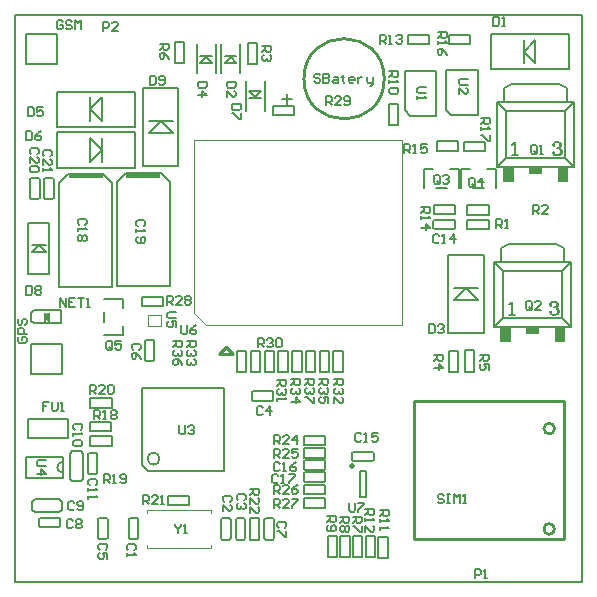
<source format=gto>
%FSLAX25Y25*%
%MOIN*%
G70*
G01*
G75*
%ADD10C,0.01500*%
%ADD11C,0.00800*%
%ADD12C,0.01000*%
%ADD13R,0.07874X0.07874*%
%ADD14O,0.01969X0.03543*%
%ADD15R,0.01969X0.03543*%
%ADD16O,0.01969X0.03543*%
%ADD17R,0.03937X0.05118*%
%ADD18R,0.02362X0.02362*%
%ADD19R,0.02756X0.03347*%
%ADD20R,0.02362X0.02362*%
%ADD21R,0.03347X0.02756*%
%ADD22R,0.07874X0.07874*%
%ADD23R,0.01181X0.01378*%
%ADD24R,0.00984X0.01378*%
%ADD25R,0.01181X0.01181*%
%ADD26R,0.03937X0.03150*%
%ADD27R,0.07874X0.06000*%
%ADD28R,0.07000X0.03150*%
%ADD29R,0.08268X0.02756*%
%ADD30R,0.04843X0.02559*%
%ADD31R,0.03347X0.01575*%
%ADD32R,0.11811X0.08661*%
%ADD33R,0.05906X0.03937*%
%ADD34R,0.03937X0.02362*%
%ADD35O,0.04724X0.00984*%
%ADD36O,0.00984X0.04724*%
%ADD37O,0.01772X0.04724*%
%ADD38O,0.04724X0.01772*%
%ADD39R,0.01772X0.04724*%
%ADD40R,0.06693X0.07874*%
%ADD41R,0.15748X0.09843*%
%ADD42R,0.07087X0.08661*%
%ADD43O,0.05906X0.09843*%
%ADD44R,0.05315X0.02559*%
%ADD45R,0.02362X0.03937*%
%ADD46R,0.02362X0.05906*%
%ADD47R,0.09843X0.01969*%
%ADD48R,0.03150X0.03937*%
%ADD49R,0.11811X0.09843*%
%ADD50O,0.02362X0.07087*%
%ADD51O,0.07087X0.02362*%
%ADD52C,0.02000*%
%ADD53C,0.03000*%
%ADD54C,0.04000*%
%ADD55C,0.00500*%
%ADD56C,0.00600*%
%ADD57R,0.13900X0.08300*%
%ADD58R,0.12600X0.12100*%
%ADD59R,0.08000X0.21700*%
%ADD60R,0.12900X0.12000*%
%ADD61R,0.20000X0.24300*%
%ADD62R,0.17900X0.23800*%
%ADD63R,0.03543X0.03937*%
%ADD64C,0.02000*%
%ADD65C,0.03000*%
%ADD66C,0.04000*%
%ADD67R,0.01969X0.07874*%
%ADD68R,0.08800X0.12000*%
%ADD69R,0.11500X0.17000*%
%ADD70R,0.03600X0.47300*%
%ADD71R,0.10500X0.02800*%
%ADD72R,0.03700X0.17600*%
%ADD73R,0.06000X0.01400*%
%ADD74R,0.10800X0.14700*%
%ADD75R,0.11600X0.20800*%
%ADD76R,0.12800X0.23400*%
%ADD77C,0.00300*%
%ADD78C,0.00493*%
%ADD79C,0.00787*%
%ADD80C,0.00400*%
%ADD81C,0.00591*%
%ADD82C,0.00700*%
%ADD83R,0.11811X0.01575*%
%ADD84R,0.02756X0.04724*%
%ADD85R,0.03543X0.01968*%
D11*
X5300Y79500D02*
X15536D01*
Y69264D02*
Y79500D01*
X5300Y69264D02*
X15536D01*
X5300D02*
Y79500D01*
X115100Y37131D02*
X117100D01*
Y28469D02*
Y37131D01*
X115100Y28469D02*
X117100D01*
X115100D02*
Y37131D01*
X3700Y182800D02*
X13936D01*
Y172564D02*
Y182800D01*
X3700Y172564D02*
X13936D01*
X3700D02*
Y182800D01*
D12*
X112983Y38700D02*
G03*
X112983Y38700I-583J0D01*
G01*
X123086Y167750D02*
G03*
X123086Y167750I-13386J0D01*
G01*
X133000Y14300D02*
X183100D01*
Y60400D01*
X133000D02*
X183100D01*
X133000Y14300D02*
Y60400D01*
X68150Y75950D02*
X70400Y78200D01*
X72650Y75950D01*
X68150D02*
X72650D01*
X179853Y17691D02*
G03*
X179853Y17691I-1772J0D01*
G01*
Y51155D02*
G03*
X179853Y51155I-1772J0D01*
G01*
D55*
X15862Y40015D02*
G03*
X15862Y36472I0J-1772D01*
G01*
X48200Y41100D02*
G03*
X48200Y41100I-2000J0D01*
G01*
X48600Y153642D02*
X52537Y149706D01*
X44663D02*
X48600Y153642D01*
X44663D02*
X52537D01*
X44663Y149706D02*
X52537D01*
X42695Y138682D02*
Y164666D01*
X54505D01*
Y138682D02*
Y164666D01*
X42695Y138682D02*
X54505D01*
X3658Y41787D02*
X15862D01*
Y34700D02*
Y41787D01*
X3658Y34700D02*
Y41787D01*
Y34700D02*
X15862D01*
X17730Y47950D02*
Y54250D01*
X4344Y47950D02*
Y54250D01*
X16746Y47950D02*
Y47950D01*
X4344Y54250D02*
X17730D01*
X4344Y47950D02*
X17730D01*
X7888Y21081D02*
X8282Y21475D01*
X7888Y21081D02*
X7888D01*
Y18719D02*
X8282Y18325D01*
X7888Y18719D02*
X7888D01*
X14581Y21475D02*
X14975Y21081D01*
X14975D01*
X14581Y18325D02*
X14975Y18719D01*
Y18719D01*
X8282Y18325D02*
X14581D01*
X7888Y18719D02*
Y21081D01*
X8282Y21475D02*
X14581D01*
X14975Y18719D02*
Y21081D01*
X8282Y21475D02*
Y21475D01*
X6519Y23183D02*
X14787D01*
X15574Y23971D02*
Y26727D01*
X5731Y23971D02*
Y26727D01*
X6519Y27514D02*
X14787D01*
X5731Y26727D02*
X6519Y27514D01*
X5731Y23971D02*
X6519Y23183D01*
X14787D02*
X15574Y23971D01*
X14787Y27514D02*
X15574Y26727D01*
X24325Y36468D02*
X24719Y36074D01*
Y36074D02*
Y36074D01*
X27081D02*
X27475Y36468D01*
X27081Y36074D02*
Y36074D01*
X24325Y42767D02*
X24719Y43161D01*
Y43161D01*
X27081D02*
X27475Y42767D01*
X27081Y43161D02*
X27081D01*
X27475Y36468D02*
Y42767D01*
X24719Y36074D02*
X27081D01*
X24325Y36468D02*
Y42767D01*
X24719Y43161D02*
X27081D01*
X24325Y36468D02*
X24325D01*
X22665Y34505D02*
Y42772D01*
X19122Y43560D02*
X21878D01*
X19122Y33717D02*
X21878D01*
X18335Y34505D02*
Y42772D01*
Y34505D02*
X19122Y33717D01*
X21878D02*
X22665Y34505D01*
X21878Y43560D02*
X22665Y42772D01*
X18335D02*
X19122Y43560D01*
X13982Y138094D02*
Y149906D01*
Y138094D02*
X39966D01*
Y149906D01*
X13982D02*
X39966D01*
X25005Y140063D02*
Y147937D01*
X28942Y140063D02*
Y147937D01*
X25005D02*
X28942Y144000D01*
X25005Y140063D02*
X28942Y144000D01*
X39918Y151695D02*
Y163505D01*
X13934D02*
X39918D01*
X13934Y151695D02*
Y163505D01*
Y151695D02*
X39918D01*
X28894Y153663D02*
Y161537D01*
X24958Y153663D02*
Y161537D01*
Y157600D02*
X28894Y153663D01*
X24958Y157600D02*
X28894Y161537D01*
X119118Y40325D02*
X119512Y40719D01*
X119512D01*
X119118Y43475D02*
X119512Y43081D01*
X119512D01*
X112425Y40719D02*
X112819Y40325D01*
X112425Y40719D02*
X112425D01*
X112425Y43081D02*
X112819Y43475D01*
X112425Y43081D02*
Y43081D01*
X112819Y43475D02*
X119118D01*
X119512Y40719D02*
Y43081D01*
X112819Y40325D02*
X119118D01*
X112425Y40719D02*
Y43081D01*
X119118Y40325D02*
Y40325D01*
X139488Y120381D02*
X139882Y120775D01*
X139488Y120381D02*
X139488D01*
Y118019D02*
X139882Y117625D01*
X139488Y118019D02*
X139488D01*
X146181Y120775D02*
X146575Y120381D01*
X146575D01*
X146181Y117625D02*
X146575Y118019D01*
Y118019D01*
X139882Y117625D02*
X146181D01*
X139488Y118019D02*
Y120381D01*
X139882Y120775D02*
X146181D01*
X146575Y118019D02*
Y120381D01*
X139882Y120775D02*
Y120775D01*
X96388Y48775D02*
X103475D01*
X96388Y45625D02*
X103475D01*
Y48775D01*
X96388Y45625D02*
Y48775D01*
Y44575D02*
X103475D01*
X96388Y41425D02*
X103475D01*
Y44575D01*
X96388Y41425D02*
Y44575D01*
Y32475D02*
X103475D01*
X96388Y29325D02*
X103475D01*
Y32475D01*
X96388Y29325D02*
Y32475D01*
X103081Y33425D02*
X103475Y33819D01*
X103475D01*
X103081Y36575D02*
X103475Y36181D01*
X103475D01*
X96388Y33819D02*
X96782Y33425D01*
X96388Y33819D02*
X96388D01*
X96388Y36181D02*
X96782Y36575D01*
X96388Y36181D02*
Y36181D01*
X96782Y36575D02*
X103081D01*
X103475Y33819D02*
Y36181D01*
X96782Y33425D02*
X103081D01*
X96388Y33819D02*
Y36181D01*
X103081Y33425D02*
Y33425D01*
Y37425D02*
X103475Y37819D01*
X103475D01*
X103081Y40575D02*
X103475Y40181D01*
X103475D01*
X96388Y37819D02*
X96782Y37425D01*
X96388Y37819D02*
X96388D01*
X96388Y40181D02*
X96782Y40575D01*
X96388Y40181D02*
Y40181D01*
X96782Y40575D02*
X103081D01*
X103475Y37819D02*
Y40181D01*
X96782Y37425D02*
X103081D01*
X96388Y37819D02*
Y40181D01*
X103081Y37425D02*
Y37425D01*
X96388Y24825D02*
X103475D01*
X96388Y27975D02*
X103475D01*
X96388Y24825D02*
Y27975D01*
X103475Y24825D02*
Y27975D01*
X15269Y86235D02*
Y90565D01*
X6213D02*
X15269D01*
X5426Y87022D02*
Y89778D01*
X6213Y86235D02*
X15269D01*
X5426Y89778D02*
X6213Y90565D01*
X9855Y87022D02*
Y89778D01*
X11233Y87022D02*
Y89778D01*
X9855Y88400D02*
X11233Y87022D01*
X9855Y88400D02*
X11233Y89778D01*
X9855Y88400D02*
X11233D01*
X5426Y87022D02*
X6213Y86235D01*
X42225Y91925D02*
X49312D01*
X42225Y95075D02*
X49312D01*
X42225Y91925D02*
Y95075D01*
X49312Y91925D02*
Y95075D01*
X85988Y158775D02*
X93075D01*
X85988Y155625D02*
X93075D01*
Y158775D01*
X85988Y155625D02*
Y158775D01*
X33942Y98591D02*
X51658D01*
Y133237D01*
X33942Y98591D02*
Y133237D01*
X48706Y136190D02*
X51658Y133237D01*
X36895Y136190D02*
X48706D01*
X33942Y133237D02*
X36895Y136190D01*
X14742Y98491D02*
X32458D01*
Y133137D01*
X14742Y98491D02*
Y133137D01*
X29506Y136090D02*
X32458Y133137D01*
X17695Y136090D02*
X29506D01*
X14742Y133137D02*
X17695Y136090D01*
X5576Y112500D02*
X10300D01*
X5576Y110138D02*
X7938Y112500D01*
X5576Y110138D02*
X10300D01*
X7938Y112500D02*
X10300Y110138D01*
X4357Y102541D02*
X11443D01*
Y119600D01*
X4357D02*
X11443D01*
X4357Y102541D02*
Y119600D01*
X12506Y134693D02*
X12900Y134299D01*
X12506Y134693D02*
Y134693D01*
X9750Y134299D02*
X10144Y134693D01*
Y134693D01*
X12506Y127606D02*
X12900Y128000D01*
X12506Y127606D02*
Y127606D01*
X9750Y128000D02*
X10144Y127606D01*
X10144D01*
X9750Y128000D02*
Y134299D01*
X10144Y134693D02*
X12506D01*
X12900Y128000D02*
Y134299D01*
X10144Y127606D02*
X12506D01*
X12900Y134299D02*
X12900D01*
X7806Y134693D02*
X8200Y134299D01*
X7806Y134693D02*
Y134693D01*
X5050Y134299D02*
X5444Y134693D01*
Y134693D01*
X7806Y127606D02*
X8200Y128000D01*
X7806Y127606D02*
Y127606D01*
X5050Y128000D02*
X5444Y127606D01*
X5444D01*
X5050Y128000D02*
Y134299D01*
X5444Y134693D02*
X7806D01*
X8200Y128000D02*
Y134299D01*
X5444Y127606D02*
X7806D01*
X8200Y134299D02*
X8200D01*
X90932Y70025D02*
Y77112D01*
X87782Y70025D02*
Y77112D01*
Y70025D02*
X90932D01*
X87782Y77112D02*
X90932D01*
X86346Y70025D02*
Y77112D01*
X83197Y70025D02*
Y77112D01*
Y70025D02*
X86346D01*
X83197Y77112D02*
X86346D01*
X109275Y70025D02*
Y77112D01*
X106125Y70025D02*
Y77112D01*
Y70025D02*
X109275D01*
X106125Y77112D02*
X109275D01*
X92368Y70025D02*
Y77112D01*
X95518Y70025D02*
Y77112D01*
X92368D02*
X95518D01*
X92368Y70025D02*
X95518D01*
X78611D02*
Y77112D01*
X81761Y70025D02*
Y77112D01*
X78611D02*
X81761D01*
X78611Y70025D02*
X81761D01*
X101540D02*
Y77112D01*
X104689Y70025D02*
Y77112D01*
X101540D02*
X104689D01*
X101540Y70025D02*
X104689D01*
X29768Y94269D02*
X36068D01*
X29768Y82458D02*
X36068D01*
X29768Y86591D02*
Y90135D01*
X36068Y91316D02*
Y94269D01*
Y82458D02*
Y85410D01*
X96954Y70025D02*
Y77112D01*
X100103Y70025D02*
Y77112D01*
X96954D02*
X100103D01*
X96954Y70025D02*
X100103D01*
X74025D02*
Y77112D01*
X77175Y70025D02*
Y77112D01*
X74025D02*
X77175D01*
X74025Y70025D02*
X77175D01*
X42279Y64596D02*
X69838D01*
Y37037D02*
Y64596D01*
X44247Y37037D02*
X69838D01*
X42279Y39006D02*
X44247Y37037D01*
X42279Y39006D02*
Y64596D01*
X25025Y50225D02*
X32112D01*
X25025Y53375D02*
X32112D01*
X25025Y50225D02*
Y53375D01*
X32112Y50225D02*
Y53375D01*
X25125Y45425D02*
X32212D01*
X25125Y48575D02*
X32212D01*
X25125Y45425D02*
Y48575D01*
X32212Y45425D02*
Y48575D01*
X40681Y21412D02*
X41075Y21018D01*
X40681Y21412D02*
Y21412D01*
X37925Y21018D02*
X38319Y21412D01*
Y21412D01*
X40681Y14325D02*
X41075Y14719D01*
X40681Y14325D02*
Y14325D01*
X37925Y14719D02*
X38319Y14325D01*
X38319D01*
X37925Y14719D02*
Y21018D01*
X38319Y21412D02*
X40681D01*
X41075Y14719D02*
Y21018D01*
X38319Y14325D02*
X40681D01*
X41075Y21018D02*
X41075D01*
X25125Y58125D02*
X32212D01*
X25125Y61275D02*
X32212D01*
X25125Y58125D02*
Y61275D01*
X32212Y58125D02*
Y61275D01*
X50988Y28675D02*
X58075D01*
X50988Y25525D02*
X58075D01*
Y28675D01*
X50988Y25525D02*
Y28675D01*
X71481Y21212D02*
X71875Y20818D01*
X71481Y21212D02*
Y21212D01*
X68725Y20818D02*
X69119Y21212D01*
Y21212D01*
X71481Y14125D02*
X71875Y14519D01*
X71481Y14125D02*
Y14125D01*
X68725Y14519D02*
X69119Y14125D01*
X69119D01*
X68725Y14519D02*
Y20818D01*
X69119Y21212D02*
X71481D01*
X71875Y14519D02*
Y20818D01*
X69119Y14125D02*
X71481D01*
X71875Y20818D02*
X71875D01*
X81475Y14125D02*
Y21212D01*
X78325Y14125D02*
Y21212D01*
Y14125D02*
X81475D01*
X78325Y21212D02*
X81475D01*
X76281Y21212D02*
X76675Y20818D01*
X76281Y21212D02*
Y21212D01*
X73525Y20818D02*
X73919Y21212D01*
Y21212D01*
X76281Y14125D02*
X76675Y14519D01*
X76281Y14125D02*
Y14125D01*
X73525Y14519D02*
X73919Y14125D01*
X73919D01*
X73525Y14519D02*
Y20818D01*
X73919Y21212D02*
X76281D01*
X76675Y14519D02*
Y20818D01*
X73919Y14125D02*
X76281D01*
X76675Y20818D02*
X76675D01*
X85881Y21212D02*
X86275Y20818D01*
X85881Y21212D02*
Y21212D01*
X83125Y20818D02*
X83519Y21212D01*
Y21212D01*
X85881Y14125D02*
X86275Y14519D01*
X85881Y14125D02*
Y14125D01*
X83125Y14519D02*
X83519Y14125D01*
X83519D01*
X83125Y14519D02*
Y20818D01*
X83519Y21212D02*
X85881D01*
X86275Y14519D02*
Y20818D01*
X83519Y14125D02*
X85881D01*
X86275Y20818D02*
X86275D01*
X43225Y73982D02*
X43619Y73588D01*
Y73588D02*
Y73588D01*
X45981D02*
X46375Y73982D01*
X45981Y73588D02*
Y73588D01*
X43225Y80281D02*
X43619Y80675D01*
Y80675D01*
X45981D02*
X46375Y80281D01*
X45981Y80675D02*
X45981D01*
X46375Y73982D02*
Y80281D01*
X43619Y73588D02*
X45981D01*
X43225Y73982D02*
Y80281D01*
X43619Y80675D02*
X45981D01*
X43225Y73982D02*
X43225D01*
X30481Y21412D02*
X30875Y21018D01*
X30481Y21412D02*
Y21412D01*
X27725Y21018D02*
X28119Y21412D01*
Y21412D01*
X30481Y14325D02*
X30875Y14719D01*
X30481Y14325D02*
Y14325D01*
X27725Y14719D02*
X28119Y14325D01*
X28119D01*
X27725Y14719D02*
Y21018D01*
X28119Y21412D02*
X30481D01*
X30875Y14719D02*
Y21018D01*
X28119Y14325D02*
X30481D01*
X30875Y21018D02*
X30875D01*
X79088Y63181D02*
X79482Y63575D01*
X79088Y63181D02*
X79088D01*
Y60819D02*
X79482Y60425D01*
X79088Y60819D02*
X79088D01*
X85781Y63575D02*
X86175Y63181D01*
X86175D01*
X85781Y60425D02*
X86175Y60819D01*
Y60819D01*
X79482Y60425D02*
X85781D01*
X79088Y60819D02*
Y63181D01*
X79482Y63575D02*
X85781D01*
X86175Y60819D02*
Y63181D01*
X79482Y63575D02*
Y63575D01*
X150825Y117525D02*
X157912D01*
X150825Y120675D02*
X157912D01*
X150825Y117525D02*
Y120675D01*
X157912Y117525D02*
Y120675D01*
X184518Y170895D02*
Y182705D01*
X158534D02*
X184518D01*
X158534Y170895D02*
Y182705D01*
Y170895D02*
X184518D01*
X173495Y172863D02*
Y180737D01*
X169557Y172863D02*
Y180737D01*
Y176800D02*
X173495Y172863D01*
X169557Y176800D02*
X173495Y180737D01*
X150825Y122425D02*
X157912D01*
X150825Y125575D02*
X157912D01*
X150825Y122425D02*
Y125575D01*
X157912Y122425D02*
Y125575D01*
X77654Y172542D02*
Y179629D01*
X80804Y172542D02*
Y179629D01*
X77654D02*
X80804D01*
X77654Y172542D02*
X80804D01*
X68679Y169654D02*
Y179354D01*
X69892Y175254D02*
X73829D01*
X69892Y172892D02*
X73829D01*
X69892D02*
X71860Y174860D01*
X73829Y172892D01*
X74979Y169654D02*
Y179354D01*
X147800Y70025D02*
Y77112D01*
X144650Y70025D02*
Y77112D01*
Y70025D02*
X147800D01*
X144650Y77112D02*
X147800D01*
X153000Y70125D02*
Y77212D01*
X149850Y70125D02*
Y77212D01*
Y70125D02*
X153000D01*
X149850Y77212D02*
X153000D01*
X144395Y82982D02*
X156205D01*
Y108966D01*
X144395D02*
X156205D01*
X144395Y82982D02*
Y108966D01*
X146363Y94006D02*
X154237D01*
X146363Y97943D02*
X154237D01*
X146363Y94006D02*
X150300Y97943D01*
X154237Y94006D01*
X53354Y173042D02*
Y180129D01*
X56504Y173042D02*
Y180129D01*
X53354D02*
X56504D01*
X53354Y173042D02*
X56504D01*
X60579Y169654D02*
Y179354D01*
X61792Y175254D02*
X65729D01*
X61792Y172892D02*
X65729D01*
X61792D02*
X63760Y174860D01*
X65729Y172892D01*
X66879Y169654D02*
Y179354D01*
X107475Y8225D02*
Y15312D01*
X104325Y8225D02*
Y15312D01*
Y8225D02*
X107475D01*
X104325Y15312D02*
X107475D01*
X111575Y8188D02*
Y15275D01*
X108425Y8188D02*
Y15275D01*
Y8188D02*
X111575D01*
X108425Y15275D02*
X111575D01*
X115841Y8188D02*
Y15275D01*
X112692Y8188D02*
Y15275D01*
Y8188D02*
X115841D01*
X112692Y15275D02*
X115841D01*
X124275Y8025D02*
Y15112D01*
X121125Y8025D02*
Y15112D01*
Y8025D02*
X124275D01*
X121125Y15112D02*
X124275D01*
X127675Y152325D02*
Y159412D01*
X124525Y152325D02*
Y159412D01*
Y152325D02*
X127675D01*
X124525Y159412D02*
X127675D01*
X116858Y8188D02*
Y15275D01*
X120008Y8188D02*
Y15275D01*
X116858D02*
X120008D01*
X116858Y8188D02*
X120008D01*
X131025Y179225D02*
X138112D01*
X131025Y182375D02*
X138112D01*
X131025Y179225D02*
Y182375D01*
X138112Y179225D02*
Y182375D01*
X136232Y131269D02*
Y137568D01*
X148043Y131269D02*
Y137568D01*
X140365Y131269D02*
X143909D01*
X136232Y137568D02*
X139184D01*
X145090D02*
X148043D01*
X139588Y125675D02*
X146675D01*
X139588Y122525D02*
X146675D01*
Y125675D01*
X139588Y122525D02*
Y125675D01*
X140688Y146975D02*
X147775D01*
X140688Y143825D02*
X147775D01*
Y146975D01*
X140688Y143825D02*
Y146975D01*
X144725Y179325D02*
X151812D01*
X144725Y182475D02*
X151812D01*
X144725Y179325D02*
Y182475D01*
X151812Y179325D02*
Y182475D01*
X148632Y131269D02*
Y137568D01*
X160442Y131269D02*
Y137568D01*
X152765Y131269D02*
X156309D01*
X148632Y137568D02*
X151584D01*
X157490D02*
X160442D01*
X149688Y143625D02*
X156775D01*
X149688Y146775D02*
X156775D01*
X149688Y143625D02*
Y146775D01*
X156775Y143625D02*
Y146775D01*
X129870Y170500D02*
X140500D01*
Y155400D02*
Y170500D01*
X129870Y157230D02*
Y170500D01*
Y157230D02*
X131700Y155400D01*
X140500D01*
X143670Y170700D02*
X154300D01*
Y155600D02*
Y170700D01*
X143670Y157430D02*
Y170700D01*
Y157430D02*
X145500Y155600D01*
X154300D01*
X77013Y157175D02*
Y166875D01*
X78163Y163637D02*
X80132Y161669D01*
X82100Y163637D01*
X78163D02*
X82100D01*
X78163Y161275D02*
X82100D01*
X83313Y157175D02*
Y166875D01*
X44900Y168799D02*
Y165800D01*
X46400D01*
X46899Y166300D01*
Y168299D01*
X46400Y168799D01*
X44900D01*
X47899Y166300D02*
X48399Y165800D01*
X49399D01*
X49898Y166300D01*
Y168299D01*
X49399Y168799D01*
X48399D01*
X47899Y168299D01*
Y167799D01*
X48399Y167299D01*
X49898D01*
X53200Y19299D02*
Y18799D01*
X54200Y17799D01*
X55199Y18799D01*
Y19299D01*
X54200Y17799D02*
Y16300D01*
X56199D02*
X57199D01*
X56699D01*
Y19299D01*
X56199Y18799D01*
X111500Y26499D02*
Y24000D01*
X112000Y23500D01*
X112999D01*
X113499Y24000D01*
Y26499D01*
X114499D02*
X116498D01*
Y25999D01*
X114499Y24000D01*
Y23500D01*
X53799Y90000D02*
X51300D01*
X50800Y89500D01*
Y88500D01*
X51300Y88001D01*
X53799D01*
Y85002D02*
Y87001D01*
X52299D01*
X52799Y86001D01*
Y85501D01*
X52299Y85002D01*
X51300D01*
X50800Y85501D01*
Y86501D01*
X51300Y87001D01*
X10299Y40600D02*
X7800D01*
X7300Y40100D01*
Y39101D01*
X7800Y38601D01*
X10299D01*
X7300Y36101D02*
X10299D01*
X8800Y37601D01*
Y35602D01*
X54800Y52199D02*
Y49700D01*
X55300Y49200D01*
X56300D01*
X56799Y49700D01*
Y52199D01*
X57799Y51699D02*
X58299Y52199D01*
X59299D01*
X59798Y51699D01*
Y51199D01*
X59299Y50700D01*
X58799D01*
X59299D01*
X59798Y50200D01*
Y49700D01*
X59299Y49200D01*
X58299D01*
X57799Y49700D01*
X150899Y167700D02*
X148400D01*
X147900Y167200D01*
Y166200D01*
X148400Y165701D01*
X150899D01*
X147900Y162702D02*
Y164701D01*
X149899Y162702D01*
X150399D01*
X150899Y163201D01*
Y164201D01*
X150399Y164701D01*
X137099Y165000D02*
X134600D01*
X134100Y164500D01*
Y163500D01*
X134600Y163001D01*
X137099D01*
X134100Y162001D02*
Y161001D01*
Y161501D01*
X137099D01*
X136599Y162001D01*
X142999Y28799D02*
X142499Y29299D01*
X141500D01*
X141000Y28799D01*
Y28299D01*
X141500Y27799D01*
X142499D01*
X142999Y27300D01*
Y26800D01*
X142499Y26300D01*
X141500D01*
X141000Y26800D01*
X143999Y29299D02*
X144999D01*
X144499D01*
Y26300D01*
X143999D01*
X144999D01*
X146498D02*
Y29299D01*
X147498Y28299D01*
X148498Y29299D01*
Y26300D01*
X149497D02*
X150497D01*
X149997D01*
Y29299D01*
X149497Y28799D01*
X96700Y67700D02*
X99699D01*
Y66201D01*
X99199Y65701D01*
X98199D01*
X97700Y66201D01*
Y67700D01*
Y66700D02*
X96700Y65701D01*
X99199Y64701D02*
X99699Y64201D01*
Y63201D01*
X99199Y62702D01*
X98699D01*
X98199Y63201D01*
Y63701D01*
Y63201D01*
X97700Y62702D01*
X97200D01*
X96700Y63201D01*
Y64201D01*
X97200Y64701D01*
X99699Y61702D02*
Y59703D01*
X99199D01*
X97200Y61702D01*
X96700D01*
X52800Y80300D02*
X55799D01*
Y78800D01*
X55299Y78301D01*
X54299D01*
X53800Y78800D01*
Y80300D01*
Y79300D02*
X52800Y78301D01*
X55299Y77301D02*
X55799Y76801D01*
Y75801D01*
X55299Y75302D01*
X54799D01*
X54299Y75801D01*
Y76301D01*
Y75801D01*
X53800Y75302D01*
X53300D01*
X52800Y75801D01*
Y76801D01*
X53300Y77301D01*
X55799Y72303D02*
X55299Y73302D01*
X54299Y74302D01*
X53300D01*
X52800Y73802D01*
Y72802D01*
X53300Y72303D01*
X53800D01*
X54299Y72802D01*
Y74302D01*
X101400Y67800D02*
X104399D01*
Y66300D01*
X103899Y65801D01*
X102900D01*
X102400Y66300D01*
Y67800D01*
Y66800D02*
X101400Y65801D01*
X103899Y64801D02*
X104399Y64301D01*
Y63301D01*
X103899Y62802D01*
X103399D01*
X102900Y63301D01*
Y63801D01*
Y63301D01*
X102400Y62802D01*
X101900D01*
X101400Y63301D01*
Y64301D01*
X101900Y64801D01*
X104399Y59803D02*
Y61802D01*
X102900D01*
X103399Y60802D01*
Y60302D01*
X102900Y59803D01*
X101900D01*
X101400Y60302D01*
Y61302D01*
X101900Y61802D01*
X92100Y67600D02*
X95099D01*
Y66101D01*
X94599Y65601D01*
X93599D01*
X93100Y66101D01*
Y67600D01*
Y66600D02*
X92100Y65601D01*
X94599Y64601D02*
X95099Y64101D01*
Y63101D01*
X94599Y62602D01*
X94099D01*
X93599Y63101D01*
Y63601D01*
Y63101D01*
X93100Y62602D01*
X92600D01*
X92100Y63101D01*
Y64101D01*
X92600Y64601D01*
X92100Y60102D02*
X95099D01*
X93599Y61602D01*
Y59603D01*
X57200Y80300D02*
X60199D01*
Y78800D01*
X59699Y78301D01*
X58700D01*
X58200Y78800D01*
Y80300D01*
Y79300D02*
X57200Y78301D01*
X59699Y77301D02*
X60199Y76801D01*
Y75801D01*
X59699Y75302D01*
X59199D01*
X58700Y75801D01*
Y76301D01*
Y75801D01*
X58200Y75302D01*
X57700D01*
X57200Y75801D01*
Y76801D01*
X57700Y77301D01*
X59699Y74302D02*
X60199Y73802D01*
Y72802D01*
X59699Y72303D01*
X59199D01*
X58700Y72802D01*
Y73302D01*
Y72802D01*
X58200Y72303D01*
X57700D01*
X57200Y72802D01*
Y73802D01*
X57700Y74302D01*
X106500Y67600D02*
X109499D01*
Y66101D01*
X108999Y65601D01*
X108000D01*
X107500Y66101D01*
Y67600D01*
Y66600D02*
X106500Y65601D01*
X108999Y64601D02*
X109499Y64101D01*
Y63101D01*
X108999Y62602D01*
X108499D01*
X108000Y63101D01*
Y63601D01*
Y63101D01*
X107500Y62602D01*
X107000D01*
X106500Y63101D01*
Y64101D01*
X107000Y64601D01*
X106500Y59603D02*
Y61602D01*
X108499Y59603D01*
X108999D01*
X109499Y60102D01*
Y61102D01*
X108999Y61602D01*
X87400Y67400D02*
X90399D01*
Y65900D01*
X89899Y65401D01*
X88899D01*
X88400Y65900D01*
Y67400D01*
Y66400D02*
X87400Y65401D01*
X89899Y64401D02*
X90399Y63901D01*
Y62901D01*
X89899Y62402D01*
X89399D01*
X88899Y62901D01*
Y63401D01*
Y62901D01*
X88400Y62402D01*
X87900D01*
X87400Y62901D01*
Y63901D01*
X87900Y64401D01*
X87400Y61402D02*
Y60402D01*
Y60902D01*
X90399D01*
X89899Y61402D01*
X80900Y78200D02*
Y81199D01*
X82399D01*
X82899Y80699D01*
Y79699D01*
X82399Y79200D01*
X80900D01*
X81900D02*
X82899Y78200D01*
X83899Y80699D02*
X84399Y81199D01*
X85399D01*
X85898Y80699D01*
Y80199D01*
X85399Y79699D01*
X84899D01*
X85399D01*
X85898Y79200D01*
Y78700D01*
X85399Y78200D01*
X84399D01*
X83899Y78700D01*
X86898Y80699D02*
X87398Y81199D01*
X88398D01*
X88897Y80699D01*
Y78700D01*
X88398Y78200D01*
X87398D01*
X86898Y78700D01*
Y80699D01*
X103600Y159000D02*
Y161999D01*
X105099D01*
X105599Y161499D01*
Y160500D01*
X105099Y160000D01*
X103600D01*
X104600D02*
X105599Y159000D01*
X108598D02*
X106599D01*
X108598Y160999D01*
Y161499D01*
X108099Y161999D01*
X107099D01*
X106599Y161499D01*
X109598Y159500D02*
X110098Y159000D01*
X111098D01*
X111597Y159500D01*
Y161499D01*
X111098Y161999D01*
X110098D01*
X109598Y161499D01*
Y160999D01*
X110098Y160500D01*
X111597D01*
X50600Y92400D02*
Y95399D01*
X52100D01*
X52599Y94899D01*
Y93900D01*
X52100Y93400D01*
X50600D01*
X51600D02*
X52599Y92400D01*
X55598D02*
X53599D01*
X55598Y94399D01*
Y94899D01*
X55099Y95399D01*
X54099D01*
X53599Y94899D01*
X56598D02*
X57098Y95399D01*
X58098D01*
X58597Y94899D01*
Y94399D01*
X58098Y93900D01*
X58597Y93400D01*
Y92900D01*
X58098Y92400D01*
X57098D01*
X56598Y92900D01*
Y93400D01*
X57098Y93900D01*
X56598Y94399D01*
Y94899D01*
X57098Y93900D02*
X58098D01*
X86300Y24800D02*
Y27799D01*
X87800D01*
X88299Y27299D01*
Y26300D01*
X87800Y25800D01*
X86300D01*
X87300D02*
X88299Y24800D01*
X91298D02*
X89299D01*
X91298Y26799D01*
Y27299D01*
X90799Y27799D01*
X89799D01*
X89299Y27299D01*
X92298Y27799D02*
X94297D01*
Y27299D01*
X92298Y25300D01*
Y24800D01*
X86200Y29500D02*
Y32499D01*
X87700D01*
X88199Y31999D01*
Y30999D01*
X87700Y30500D01*
X86200D01*
X87200D02*
X88199Y29500D01*
X91198D02*
X89199D01*
X91198Y31499D01*
Y31999D01*
X90699Y32499D01*
X89699D01*
X89199Y31999D01*
X94197Y32499D02*
X93198Y31999D01*
X92198Y30999D01*
Y30000D01*
X92698Y29500D01*
X93698D01*
X94197Y30000D01*
Y30500D01*
X93698Y30999D01*
X92198D01*
X86200Y41400D02*
Y44399D01*
X87700D01*
X88199Y43899D01*
Y42900D01*
X87700Y42400D01*
X86200D01*
X87200D02*
X88199Y41400D01*
X91198D02*
X89199D01*
X91198Y43399D01*
Y43899D01*
X90699Y44399D01*
X89699D01*
X89199Y43899D01*
X94197Y44399D02*
X92198D01*
Y42900D01*
X93198Y43399D01*
X93698D01*
X94197Y42900D01*
Y41900D01*
X93698Y41400D01*
X92698D01*
X92198Y41900D01*
X86400Y46000D02*
Y48999D01*
X87900D01*
X88399Y48499D01*
Y47499D01*
X87900Y47000D01*
X86400D01*
X87400D02*
X88399Y46000D01*
X91398D02*
X89399D01*
X91398Y47999D01*
Y48499D01*
X90899Y48999D01*
X89899D01*
X89399Y48499D01*
X93898Y46000D02*
Y48999D01*
X92398Y47499D01*
X94397D01*
X78500Y31100D02*
X81499D01*
Y29601D01*
X80999Y29101D01*
X80000D01*
X79500Y29601D01*
Y31100D01*
Y30100D02*
X78500Y29101D01*
Y26102D02*
Y28101D01*
X80499Y26102D01*
X80999D01*
X81499Y26601D01*
Y27601D01*
X80999Y28101D01*
X78500Y23103D02*
Y25102D01*
X80499Y23103D01*
X80999D01*
X81499Y23602D01*
Y24602D01*
X80999Y25102D01*
X42600Y25900D02*
Y28899D01*
X44100D01*
X44599Y28399D01*
Y27400D01*
X44100Y26900D01*
X42600D01*
X43600D02*
X44599Y25900D01*
X47598D02*
X45599D01*
X47598Y27899D01*
Y28399D01*
X47099Y28899D01*
X46099D01*
X45599Y28399D01*
X48598Y25900D02*
X49598D01*
X49098D01*
Y28899D01*
X48598Y28399D01*
X24900Y62800D02*
Y65799D01*
X26399D01*
X26899Y65299D01*
Y64299D01*
X26399Y63800D01*
X24900D01*
X25900D02*
X26899Y62800D01*
X29898D02*
X27899D01*
X29898Y64799D01*
Y65299D01*
X29399Y65799D01*
X28399D01*
X27899Y65299D01*
X30898D02*
X31398Y65799D01*
X32398D01*
X32897Y65299D01*
Y63300D01*
X32398Y62800D01*
X31398D01*
X30898Y63300D01*
Y65299D01*
X29600Y32900D02*
Y35899D01*
X31100D01*
X31599Y35399D01*
Y34400D01*
X31100Y33900D01*
X29600D01*
X30600D02*
X31599Y32900D01*
X32599D02*
X33599D01*
X33099D01*
Y35899D01*
X32599Y35399D01*
X35098Y33400D02*
X35598Y32900D01*
X36598D01*
X37098Y33400D01*
Y35399D01*
X36598Y35899D01*
X35598D01*
X35098Y35399D01*
Y34899D01*
X35598Y34400D01*
X37098D01*
X26400Y54300D02*
Y57299D01*
X27900D01*
X28399Y56799D01*
Y55800D01*
X27900Y55300D01*
X26400D01*
X27400D02*
X28399Y54300D01*
X29399D02*
X30399D01*
X29899D01*
Y57299D01*
X29399Y56799D01*
X31898D02*
X32398Y57299D01*
X33398D01*
X33898Y56799D01*
Y56299D01*
X33398Y55800D01*
X33898Y55300D01*
Y54800D01*
X33398Y54300D01*
X32398D01*
X31898Y54800D01*
Y55300D01*
X32398Y55800D01*
X31898Y56299D01*
Y56799D01*
X32398Y55800D02*
X33398D01*
X155300Y154600D02*
X158299D01*
Y153101D01*
X157799Y152601D01*
X156799D01*
X156300Y153101D01*
Y154600D01*
Y153600D02*
X155300Y152601D01*
Y151601D02*
Y150601D01*
Y151101D01*
X158299D01*
X157799Y151601D01*
X158299Y149102D02*
Y147102D01*
X157799D01*
X155800Y149102D01*
X155300D01*
X140930Y183181D02*
X143929D01*
Y181682D01*
X143429Y181182D01*
X142429D01*
X141929Y181682D01*
Y183181D01*
Y182181D02*
X140930Y181182D01*
Y180182D02*
Y179182D01*
Y179682D01*
X143929D01*
X143429Y180182D01*
X143929Y175683D02*
X143429Y176683D01*
X142429Y177683D01*
X141430D01*
X140930Y177183D01*
Y176183D01*
X141430Y175683D01*
X141929D01*
X142429Y176183D01*
Y177683D01*
X129800Y142900D02*
Y145899D01*
X131299D01*
X131799Y145399D01*
Y144399D01*
X131299Y143900D01*
X129800D01*
X130800D02*
X131799Y142900D01*
X132799D02*
X133799D01*
X133299D01*
Y145899D01*
X132799Y145399D01*
X137298Y145899D02*
X135298D01*
Y144399D01*
X136298Y144899D01*
X136798D01*
X137298Y144399D01*
Y143400D01*
X136798Y142900D01*
X135798D01*
X135298Y143400D01*
X135500Y125000D02*
X138499D01*
Y123501D01*
X137999Y123001D01*
X136999D01*
X136500Y123501D01*
Y125000D01*
Y124000D02*
X135500Y123001D01*
Y122001D02*
Y121001D01*
Y121501D01*
X138499D01*
X137999Y122001D01*
X135500Y118002D02*
X138499D01*
X136999Y119502D01*
Y117502D01*
X121600Y179500D02*
Y182499D01*
X123100D01*
X123599Y181999D01*
Y181000D01*
X123100Y180500D01*
X121600D01*
X122600D02*
X123599Y179500D01*
X124599D02*
X125599D01*
X125099D01*
Y182499D01*
X124599Y181999D01*
X127098D02*
X127598Y182499D01*
X128598D01*
X129098Y181999D01*
Y181499D01*
X128598Y181000D01*
X128098D01*
X128598D01*
X129098Y180500D01*
Y180000D01*
X128598Y179500D01*
X127598D01*
X127098Y180000D01*
X116800Y24300D02*
X119799D01*
Y22801D01*
X119299Y22301D01*
X118299D01*
X117800Y22801D01*
Y24300D01*
Y23300D02*
X116800Y22301D01*
Y21301D02*
Y20301D01*
Y20801D01*
X119799D01*
X119299Y21301D01*
X116800Y16802D02*
Y18802D01*
X118799Y16802D01*
X119299D01*
X119799Y17302D01*
Y18302D01*
X119299Y18802D01*
X121600Y23900D02*
X124599D01*
Y22400D01*
X124099Y21901D01*
X123100D01*
X122600Y22400D01*
Y23900D01*
Y22900D02*
X121600Y21901D01*
Y20901D02*
Y19901D01*
Y20401D01*
X124599D01*
X124099Y20901D01*
X121600Y18402D02*
Y17402D01*
Y17902D01*
X124599D01*
X124099Y18402D01*
X124700Y170200D02*
X127699D01*
Y168701D01*
X127199Y168201D01*
X126199D01*
X125700Y168701D01*
Y170200D01*
Y169200D02*
X124700Y168201D01*
Y167201D02*
Y166201D01*
Y166701D01*
X127699D01*
X127199Y167201D01*
Y164702D02*
X127699Y164202D01*
Y163202D01*
X127199Y162702D01*
X125200D01*
X124700Y163202D01*
Y164202D01*
X125200Y164702D01*
X127199D01*
X103900Y21900D02*
X106899D01*
Y20401D01*
X106399Y19901D01*
X105400D01*
X104900Y20401D01*
Y21900D01*
Y20900D02*
X103900Y19901D01*
X104400Y18901D02*
X103900Y18401D01*
Y17401D01*
X104400Y16902D01*
X106399D01*
X106899Y17401D01*
Y18401D01*
X106399Y18901D01*
X105899D01*
X105400Y18401D01*
Y16902D01*
X108400Y21800D02*
X111399D01*
Y20301D01*
X110899Y19801D01*
X109899D01*
X109400Y20301D01*
Y21800D01*
Y20800D02*
X108400Y19801D01*
X110899Y18801D02*
X111399Y18301D01*
Y17301D01*
X110899Y16802D01*
X110399D01*
X109899Y17301D01*
X109400Y16802D01*
X108900D01*
X108400Y17301D01*
Y18301D01*
X108900Y18801D01*
X109400D01*
X109899Y18301D01*
X110399Y18801D01*
X110899D01*
X109899Y18301D02*
Y17301D01*
X112600Y21700D02*
X115599D01*
Y20200D01*
X115099Y19701D01*
X114100D01*
X113600Y20200D01*
Y21700D01*
Y20700D02*
X112600Y19701D01*
X115599Y18701D02*
Y16702D01*
X115099D01*
X113100Y18701D01*
X112600D01*
X48200Y179400D02*
X51199D01*
Y177901D01*
X50699Y177401D01*
X49700D01*
X49200Y177901D01*
Y179400D01*
Y178400D02*
X48200Y177401D01*
X51199Y174402D02*
X50699Y175401D01*
X49700Y176401D01*
X48700D01*
X48200Y175901D01*
Y174901D01*
X48700Y174402D01*
X49200D01*
X49700Y174901D01*
Y176401D01*
X154900Y75800D02*
X157899D01*
Y74300D01*
X157399Y73801D01*
X156400D01*
X155900Y74300D01*
Y75800D01*
Y74800D02*
X154900Y73801D01*
X157899Y70802D02*
Y72801D01*
X156400D01*
X156899Y71801D01*
Y71301D01*
X156400Y70802D01*
X155400D01*
X154900Y71301D01*
Y72301D01*
X155400Y72801D01*
X139700Y75700D02*
X142699D01*
Y74200D01*
X142199Y73701D01*
X141200D01*
X140700Y74200D01*
Y75700D01*
Y74700D02*
X139700Y73701D01*
Y71201D02*
X142699D01*
X141200Y72701D01*
Y70702D01*
X82500Y178800D02*
X85499D01*
Y177301D01*
X84999Y176801D01*
X84000D01*
X83500Y177301D01*
Y178800D01*
Y177800D02*
X82500Y176801D01*
X84999Y175801D02*
X85499Y175301D01*
Y174301D01*
X84999Y173802D01*
X84499D01*
X84000Y174301D01*
Y174801D01*
Y174301D01*
X83500Y173802D01*
X83000D01*
X82500Y174301D01*
Y175301D01*
X83000Y175801D01*
X172600Y122700D02*
Y125699D01*
X174100D01*
X174599Y125199D01*
Y124199D01*
X174100Y123700D01*
X172600D01*
X173600D02*
X174599Y122700D01*
X177598D02*
X175599D01*
X177598Y124699D01*
Y125199D01*
X177099Y125699D01*
X176099D01*
X175599Y125199D01*
X160500Y117900D02*
Y120899D01*
X161999D01*
X162499Y120399D01*
Y119399D01*
X161999Y118900D01*
X160500D01*
X161500D02*
X162499Y117900D01*
X163499D02*
X164499D01*
X163999D01*
Y120899D01*
X163499Y120399D01*
X32399Y78000D02*
Y79999D01*
X31899Y80499D01*
X30900D01*
X30400Y79999D01*
Y78000D01*
X30900Y77500D01*
X31899D01*
X31400Y78500D02*
X32399Y77500D01*
X31899D02*
X32399Y78000D01*
X35398Y80499D02*
X33399D01*
Y79000D01*
X34399Y79499D01*
X34899D01*
X35398Y79000D01*
Y78000D01*
X34899Y77500D01*
X33899D01*
X33399Y78000D01*
X153327Y132341D02*
Y134341D01*
X152827Y134841D01*
X151828D01*
X151328Y134341D01*
Y132341D01*
X151828Y131842D01*
X152827D01*
X152327Y132841D02*
X153327Y131842D01*
X152827D02*
X153327Y132341D01*
X155826Y131842D02*
Y134841D01*
X154327Y133341D01*
X156326D01*
X141599Y133300D02*
Y135299D01*
X141100Y135799D01*
X140100D01*
X139600Y135299D01*
Y133300D01*
X140100Y132800D01*
X141100D01*
X140600Y133800D02*
X141599Y132800D01*
X141100D02*
X141599Y133300D01*
X142599Y135299D02*
X143099Y135799D01*
X144099D01*
X144598Y135299D01*
Y134799D01*
X144099Y134300D01*
X143599D01*
X144099D01*
X144598Y133800D01*
Y133300D01*
X144099Y132800D01*
X143099D01*
X142599Y133300D01*
X172199Y91300D02*
Y93299D01*
X171700Y93799D01*
X170700D01*
X170200Y93299D01*
Y91300D01*
X170700Y90800D01*
X171700D01*
X171200Y91800D02*
X172199Y90800D01*
X171700D02*
X172199Y91300D01*
X175198Y90800D02*
X173199D01*
X175198Y92799D01*
Y93299D01*
X174699Y93799D01*
X173699D01*
X173199Y93299D01*
X173999Y143200D02*
Y145199D01*
X173500Y145699D01*
X172500D01*
X172000Y145199D01*
Y143200D01*
X172500Y142700D01*
X173500D01*
X173000Y143700D02*
X173999Y142700D01*
X173500D02*
X173999Y143200D01*
X174999Y142700D02*
X175999D01*
X175499D01*
Y145699D01*
X174999Y145199D01*
X153200Y1200D02*
Y4199D01*
X154700D01*
X155199Y3699D01*
Y2699D01*
X154700Y2200D01*
X153200D01*
X156199Y1200D02*
X157199D01*
X156699D01*
Y4199D01*
X156199Y3699D01*
X14900Y91700D02*
Y94699D01*
X16899Y91700D01*
Y94699D01*
X19898D02*
X17899D01*
Y91700D01*
X19898D01*
X17899Y93199D02*
X18899D01*
X20898Y94699D02*
X22897D01*
X21898D01*
Y91700D01*
X23897D02*
X24897D01*
X24397D01*
Y94699D01*
X23897Y94199D01*
X1401Y81799D02*
X901Y81300D01*
Y80300D01*
X1401Y79800D01*
X3400D01*
X3900Y80300D01*
Y81300D01*
X3400Y81799D01*
X2400D01*
Y80800D01*
X3900Y82799D02*
X901D01*
Y84299D01*
X1401Y84798D01*
X2400D01*
X2900Y84299D01*
Y82799D01*
X1401Y87797D02*
X901Y87298D01*
Y86298D01*
X1401Y85798D01*
X1901D01*
X2400Y86298D01*
Y87298D01*
X2900Y87797D01*
X3400D01*
X3900Y87298D01*
Y86298D01*
X3400Y85798D01*
X15936Y186799D02*
X15437Y187299D01*
X14437D01*
X13937Y186799D01*
Y184800D01*
X14437Y184300D01*
X15437D01*
X15936Y184800D01*
Y185800D01*
X14937D01*
X18935Y186799D02*
X18436Y187299D01*
X17436D01*
X16936Y186799D01*
Y186299D01*
X17436Y185800D01*
X18436D01*
X18935Y185300D01*
Y184800D01*
X18436Y184300D01*
X17436D01*
X16936Y184800D01*
X19935Y184300D02*
Y187299D01*
X20935Y186299D01*
X21934Y187299D01*
Y184300D01*
X11299Y60050D02*
X9300D01*
Y58551D01*
X10300D01*
X9300D01*
Y57051D01*
X12299Y60050D02*
Y57551D01*
X12799Y57051D01*
X13799D01*
X14298Y57551D01*
Y60050D01*
X15298Y57051D02*
X16298D01*
X15798D01*
Y60050D01*
X15298Y59550D01*
X3700Y98699D02*
Y95700D01*
X5200D01*
X5699Y96200D01*
Y98199D01*
X5200Y98699D01*
X3700D01*
X6699Y98199D02*
X7199Y98699D01*
X8199D01*
X8698Y98199D01*
Y97699D01*
X8199Y97199D01*
X8698Y96700D01*
Y96200D01*
X8199Y95700D01*
X7199D01*
X6699Y96200D01*
Y96700D01*
X7199Y97199D01*
X6699Y97699D01*
Y98199D01*
X7199Y97199D02*
X8199D01*
X3800Y150199D02*
Y147200D01*
X5300D01*
X5799Y147700D01*
Y149699D01*
X5300Y150199D01*
X3800D01*
X8798D02*
X7799Y149699D01*
X6799Y148699D01*
Y147700D01*
X7299Y147200D01*
X8299D01*
X8798Y147700D01*
Y148200D01*
X8299Y148699D01*
X6799D01*
X4300Y158199D02*
Y155200D01*
X5799D01*
X6299Y155700D01*
Y157699D01*
X5799Y158199D01*
X4300D01*
X9298D02*
X7299D01*
Y156700D01*
X8299Y157199D01*
X8799D01*
X9298Y156700D01*
Y155700D01*
X8799Y155200D01*
X7799D01*
X7299Y155700D01*
X63899Y166800D02*
X60900D01*
Y165301D01*
X61400Y164801D01*
X63399D01*
X63899Y165301D01*
Y166800D01*
X60900Y162301D02*
X63899D01*
X62400Y163801D01*
Y161802D01*
X138000Y85999D02*
Y83000D01*
X139499D01*
X139999Y83500D01*
Y85499D01*
X139499Y85999D01*
X138000D01*
X140999Y85499D02*
X141499Y85999D01*
X142499D01*
X142998Y85499D01*
Y84999D01*
X142499Y84500D01*
X141999D01*
X142499D01*
X142998Y84000D01*
Y83500D01*
X142499Y83000D01*
X141499D01*
X140999Y83500D01*
X73599Y166700D02*
X70600D01*
Y165200D01*
X71100Y164701D01*
X73099D01*
X73599Y165200D01*
Y166700D01*
X70600Y161702D02*
Y163701D01*
X72599Y161702D01*
X73099D01*
X73599Y162201D01*
Y163201D01*
X73099Y163701D01*
X159400Y188399D02*
Y185400D01*
X160899D01*
X161399Y185900D01*
Y187899D01*
X160899Y188399D01*
X159400D01*
X162399Y185400D02*
X163399D01*
X162899D01*
Y188399D01*
X162399Y187899D01*
X11799Y142001D02*
X12299Y142500D01*
Y143500D01*
X11799Y144000D01*
X9800D01*
X9300Y143500D01*
Y142500D01*
X9800Y142001D01*
X9300Y139002D02*
Y141001D01*
X11299Y139002D01*
X11799D01*
X12299Y139501D01*
Y140501D01*
X11799Y141001D01*
X9300Y138002D02*
Y137002D01*
Y137502D01*
X12299D01*
X11799Y138002D01*
X7499Y142601D02*
X7999Y143101D01*
Y144100D01*
X7499Y144600D01*
X5500D01*
X5000Y144100D01*
Y143101D01*
X5500Y142601D01*
X5000Y139602D02*
Y141601D01*
X6999Y139602D01*
X7499D01*
X7999Y140101D01*
Y141101D01*
X7499Y141601D01*
Y138602D02*
X7999Y138102D01*
Y137102D01*
X7499Y136603D01*
X5500D01*
X5000Y137102D01*
Y138102D01*
X5500Y138602D01*
X7499D01*
X42899Y118601D02*
X43399Y119100D01*
Y120100D01*
X42899Y120600D01*
X40900D01*
X40400Y120100D01*
Y119100D01*
X40900Y118601D01*
X40400Y117601D02*
Y116601D01*
Y117101D01*
X43399D01*
X42899Y117601D01*
X40900Y115102D02*
X40400Y114602D01*
Y113602D01*
X40900Y113102D01*
X42899D01*
X43399Y113602D01*
Y114602D01*
X42899Y115102D01*
X42399D01*
X41899Y114602D01*
Y113102D01*
X23399Y119101D02*
X23899Y119600D01*
Y120600D01*
X23399Y121100D01*
X21400D01*
X20900Y120600D01*
Y119600D01*
X21400Y119101D01*
X20900Y118101D02*
Y117101D01*
Y117601D01*
X23899D01*
X23399Y118101D01*
Y115602D02*
X23899Y115102D01*
Y114102D01*
X23399Y113602D01*
X22899D01*
X22400Y114102D01*
X21900Y113602D01*
X21400D01*
X20900Y114102D01*
Y115102D01*
X21400Y115602D01*
X21900D01*
X22400Y115102D01*
X22899Y115602D01*
X23399D01*
X22400Y115102D02*
Y114102D01*
X87699Y35498D02*
X87199Y35998D01*
X86200D01*
X85700Y35498D01*
Y33499D01*
X86200Y32999D01*
X87199D01*
X87699Y33499D01*
X88699Y32999D02*
X89699D01*
X89199D01*
Y35998D01*
X88699Y35498D01*
X91198Y35998D02*
X93198D01*
Y35498D01*
X91198Y33499D01*
Y32999D01*
X88199Y39399D02*
X87700Y39899D01*
X86700D01*
X86200Y39399D01*
Y37400D01*
X86700Y36900D01*
X87700D01*
X88199Y37400D01*
X89199Y36900D02*
X90199D01*
X89699D01*
Y39899D01*
X89199Y39399D01*
X93698Y39899D02*
X92698Y39399D01*
X91698Y38399D01*
Y37400D01*
X92198Y36900D01*
X93198D01*
X93698Y37400D01*
Y37900D01*
X93198Y38399D01*
X91698D01*
X115499Y49199D02*
X114999Y49699D01*
X114000D01*
X113500Y49199D01*
Y47200D01*
X114000Y46700D01*
X114999D01*
X115499Y47200D01*
X116499Y46700D02*
X117499D01*
X116999D01*
Y49699D01*
X116499Y49199D01*
X120998Y49699D02*
X118998D01*
Y48199D01*
X119998Y48699D01*
X120498D01*
X120998Y48199D01*
Y47200D01*
X120498Y46700D01*
X119498D01*
X118998Y47200D01*
X141399Y115499D02*
X140900Y115999D01*
X139900D01*
X139400Y115499D01*
Y113500D01*
X139900Y113000D01*
X140900D01*
X141399Y113500D01*
X142399Y113000D02*
X143399D01*
X142899D01*
Y115999D01*
X142399Y115499D01*
X146398Y113000D02*
Y115999D01*
X144898Y114499D01*
X146898D01*
X26899Y32201D02*
X27399Y32700D01*
Y33700D01*
X26899Y34200D01*
X24900D01*
X24400Y33700D01*
Y32700D01*
X24900Y32201D01*
X24400Y31201D02*
Y30201D01*
Y30701D01*
X27399D01*
X26899Y31201D01*
X24400Y28702D02*
Y27702D01*
Y28202D01*
X27399D01*
X26899Y28702D01*
X21899Y50801D02*
X22399Y51301D01*
Y52300D01*
X21899Y52800D01*
X19900D01*
X19400Y52300D01*
Y51301D01*
X19900Y50801D01*
X19400Y49801D02*
Y48801D01*
Y49301D01*
X22399D01*
X21899Y49801D01*
Y47302D02*
X22399Y46802D01*
Y45802D01*
X21899Y45302D01*
X19900D01*
X19400Y45802D01*
Y46802D01*
X19900Y47302D01*
X21899D01*
X19699Y26399D02*
X19199Y26899D01*
X18200D01*
X17700Y26399D01*
Y24400D01*
X18200Y23900D01*
X19199D01*
X19699Y24400D01*
X20699D02*
X21199Y23900D01*
X22199D01*
X22698Y24400D01*
Y26399D01*
X22199Y26899D01*
X21199D01*
X20699Y26399D01*
Y25899D01*
X21199Y25400D01*
X22698D01*
X19199Y20399D02*
X18699Y20899D01*
X17700D01*
X17200Y20399D01*
Y18400D01*
X17700Y17900D01*
X18699D01*
X19199Y18400D01*
X20199Y20399D02*
X20699Y20899D01*
X21699D01*
X22198Y20399D01*
Y19899D01*
X21699Y19399D01*
X22198Y18900D01*
Y18400D01*
X21699Y17900D01*
X20699D01*
X20199Y18400D01*
Y18900D01*
X20699Y19399D01*
X20199Y19899D01*
Y20399D01*
X20699Y19399D02*
X21699D01*
X89899Y18101D02*
X90399Y18600D01*
Y19600D01*
X89899Y20100D01*
X87900D01*
X87400Y19600D01*
Y18600D01*
X87900Y18101D01*
X90399Y17101D02*
Y15102D01*
X89899D01*
X87900Y17101D01*
X87400D01*
X41499Y77401D02*
X41999Y77900D01*
Y78900D01*
X41499Y79400D01*
X39500D01*
X39000Y78900D01*
Y77900D01*
X39500Y77401D01*
X41999Y74402D02*
X41499Y75401D01*
X40499Y76401D01*
X39500D01*
X39000Y75901D01*
Y74901D01*
X39500Y74402D01*
X40000D01*
X40499Y74901D01*
Y76401D01*
X30199Y10801D02*
X30699Y11300D01*
Y12300D01*
X30199Y12800D01*
X28200D01*
X27700Y12300D01*
Y11300D01*
X28200Y10801D01*
X30699Y7802D02*
Y9801D01*
X29199D01*
X29699Y8801D01*
Y8301D01*
X29199Y7802D01*
X28200D01*
X27700Y8301D01*
Y9301D01*
X28200Y9801D01*
X82599Y58099D02*
X82099Y58599D01*
X81100D01*
X80600Y58099D01*
Y56100D01*
X81100Y55600D01*
X82099D01*
X82599Y56100D01*
X85099Y55600D02*
Y58599D01*
X83599Y57099D01*
X85598D01*
X76399Y27201D02*
X76899Y27700D01*
Y28700D01*
X76399Y29200D01*
X74400D01*
X73900Y28700D01*
Y27700D01*
X74400Y27201D01*
X76399Y26201D02*
X76899Y25701D01*
Y24701D01*
X76399Y24202D01*
X75899D01*
X75400Y24701D01*
Y25201D01*
Y24701D01*
X74900Y24202D01*
X74400D01*
X73900Y24701D01*
Y25701D01*
X74400Y26201D01*
X71699Y26801D02*
X72199Y27301D01*
Y28300D01*
X71699Y28800D01*
X69700D01*
X69200Y28300D01*
Y27301D01*
X69700Y26801D01*
X69200Y23802D02*
Y25801D01*
X71199Y23802D01*
X71699D01*
X72199Y24301D01*
Y25301D01*
X71699Y25801D01*
X39799Y10601D02*
X40299Y11101D01*
Y12100D01*
X39799Y12600D01*
X37800D01*
X37300Y12100D01*
Y11101D01*
X37800Y10601D01*
X37300Y9601D02*
Y8601D01*
Y9101D01*
X40299D01*
X39799Y9601D01*
X29200Y183700D02*
Y186699D01*
X30700D01*
X31199Y186199D01*
Y185199D01*
X30700Y184700D01*
X29200D01*
X34198Y183700D02*
X32199D01*
X34198Y185699D01*
Y186199D01*
X33699Y186699D01*
X32699D01*
X32199Y186199D01*
X101799Y168999D02*
X101300Y169499D01*
X100300D01*
X99800Y168999D01*
Y168499D01*
X100300Y167999D01*
X101300D01*
X101799Y167500D01*
Y167000D01*
X101300Y166500D01*
X100300D01*
X99800Y167000D01*
X102799Y169499D02*
Y166500D01*
X104299D01*
X104798Y167000D01*
Y167500D01*
X104299Y167999D01*
X102799D01*
X104299D01*
X104798Y168499D01*
Y168999D01*
X104299Y169499D01*
X102799D01*
X106298Y168499D02*
X107298D01*
X107797Y167999D01*
Y166500D01*
X106298D01*
X105798Y167000D01*
X106298Y167500D01*
X107797D01*
X109297Y168999D02*
Y168499D01*
X108797D01*
X109797D01*
X109297D01*
Y167000D01*
X109797Y166500D01*
X112796D02*
X111796D01*
X111296Y167000D01*
Y167999D01*
X111796Y168499D01*
X112796D01*
X113296Y167999D01*
Y167500D01*
X111296D01*
X114295Y168499D02*
Y166500D01*
Y167500D01*
X114795Y167999D01*
X115295Y168499D01*
X115795D01*
X117294D02*
Y167000D01*
X117794Y166500D01*
X119294D01*
Y166000D01*
X118794Y165500D01*
X118294D01*
X119294Y166500D02*
Y168499D01*
X75199Y159200D02*
X72200D01*
Y157701D01*
X72700Y157201D01*
X74699D01*
X75199Y157701D01*
Y159200D01*
Y156201D02*
Y154202D01*
X74699D01*
X72700Y156201D01*
X72200D01*
X55400Y85599D02*
Y83100D01*
X55900Y82600D01*
X56899D01*
X57399Y83100D01*
Y85599D01*
X60398D02*
X59399Y85099D01*
X58399Y84100D01*
Y83100D01*
X58899Y82600D01*
X59899D01*
X60398Y83100D01*
Y83600D01*
X59899Y84100D01*
X58399D01*
X0Y0D02*
Y188976D01*
Y0D02*
X188976D01*
Y188976D01*
X0D02*
X188976D01*
D77*
X44469Y85500D02*
X48800D01*
Y89043D01*
X44469Y85500D02*
Y89043D01*
X48800D01*
D78*
X44040Y11301D02*
X65300D01*
X44040Y23899D02*
X65300D01*
Y11301D02*
Y12400D01*
X44000Y11400D02*
Y12400D01*
X65300Y22900D02*
Y23899D01*
X44040Y22900D02*
Y23899D01*
D79*
X184033Y133596D02*
Y138320D01*
X181277Y133596D02*
X184033D01*
X181277D02*
X181277Y138320D01*
X171828Y136352D02*
X175372D01*
X163167Y138320D02*
X163167Y133596D01*
X165923D01*
Y138320D01*
X175372Y136352D02*
Y138320D01*
X171828Y136352D02*
Y138320D01*
X163167Y159974D02*
Y164698D01*
X184033Y159974D02*
Y164698D01*
X160805Y159974D02*
X163757Y157021D01*
X183442D02*
X186395Y159974D01*
X183443Y141273D02*
X186395Y138320D01*
X160805D02*
X163757Y141273D01*
X183443D01*
X183442Y157021D02*
X183443Y141273D01*
X163757Y157021D02*
X183442D01*
X163757Y141273D02*
Y157021D01*
X160805Y138320D02*
Y159974D01*
X186395Y138320D02*
Y159974D01*
X160805Y138320D02*
X186395D01*
X165726Y165880D02*
X181474D01*
X160805Y159974D02*
X186395D01*
X163167Y164698D02*
X165726Y165880D01*
X181474D02*
X184033Y164698D01*
X183033Y80396D02*
Y85120D01*
X180277Y80396D02*
X183033D01*
X180277D02*
X180277Y85120D01*
X170828Y83152D02*
X174372D01*
X162167Y85120D02*
X162167Y80396D01*
X164923D01*
Y85120D01*
X174372Y83152D02*
Y85120D01*
X170828Y83152D02*
Y85120D01*
X162167Y106774D02*
Y111498D01*
X183033Y106774D02*
Y111498D01*
X159805Y106774D02*
X162757Y103821D01*
X182442D02*
X185395Y106774D01*
X182443Y88073D02*
X185395Y85120D01*
X159805D02*
X162757Y88073D01*
X182443D01*
X182442Y103821D02*
X182443Y88073D01*
X162757Y103821D02*
X182442D01*
X162757Y88073D02*
Y103821D01*
X159805Y85120D02*
Y106774D01*
X185395Y85120D02*
Y106774D01*
X159805Y85120D02*
X185395D01*
X164726Y112680D02*
X180474D01*
X159805Y106774D02*
X185395D01*
X162167Y111498D02*
X164726Y112680D01*
X180474D02*
X183033Y111498D01*
D80*
X59573Y89594D02*
X63573Y85594D01*
X59573Y89594D02*
Y147405D01*
X128865Y85594D02*
Y147405D01*
X59573D02*
X128865D01*
X63573Y85594D02*
X118000D01*
X128865D01*
D81*
X165726Y145763D02*
X166138Y145969D01*
X166757Y146587D01*
Y142257D01*
X166551Y146381D02*
Y142257D01*
X165726D02*
X167582D01*
X179515Y145763D02*
X179721Y145556D01*
X179515Y145350D01*
X179309Y145556D01*
Y145763D01*
X179515Y146175D01*
X179721Y146381D01*
X180340Y146587D01*
X181164D01*
X181783Y146381D01*
X181989Y145969D01*
Y145350D01*
X181783Y144938D01*
X181164Y144732D01*
X180546D01*
X181164Y146587D02*
X181577Y146381D01*
X181783Y145969D01*
Y145350D01*
X181577Y144938D01*
X181164Y144732D01*
X181577Y144526D01*
X181989Y144113D01*
X182195Y143701D01*
Y143082D01*
X181989Y142670D01*
X181783Y142464D01*
X181164Y142257D01*
X180340D01*
X179721Y142464D01*
X179515Y142670D01*
X179309Y143082D01*
Y143288D01*
X179515Y143495D01*
X179721Y143288D01*
X179515Y143082D01*
X181783Y144319D02*
X181989Y143701D01*
Y143082D01*
X181783Y142670D01*
X181577Y142464D01*
X181164Y142257D01*
X164726Y92563D02*
X165138Y92769D01*
X165757Y93387D01*
Y89057D01*
X165551Y93181D02*
Y89057D01*
X164726D02*
X166582D01*
X178515Y92563D02*
X178721Y92356D01*
X178515Y92150D01*
X178309Y92356D01*
Y92563D01*
X178515Y92975D01*
X178721Y93181D01*
X179340Y93387D01*
X180164D01*
X180783Y93181D01*
X180989Y92769D01*
Y92150D01*
X180783Y91738D01*
X180164Y91532D01*
X179546D01*
X180164Y93387D02*
X180577Y93181D01*
X180783Y92769D01*
Y92150D01*
X180577Y91738D01*
X180164Y91532D01*
X180577Y91325D01*
X180989Y90913D01*
X181195Y90501D01*
Y89882D01*
X180989Y89470D01*
X180783Y89264D01*
X180164Y89057D01*
X179340D01*
X178721Y89264D01*
X178515Y89470D01*
X178309Y89882D01*
Y90088D01*
X178515Y90295D01*
X178721Y90088D01*
X178515Y89882D01*
X180783Y91119D02*
X180989Y90501D01*
Y89882D01*
X180783Y89470D01*
X180577Y89264D01*
X180164Y89057D01*
D82*
X90686Y159272D02*
Y162700D01*
X92400Y160986D02*
X88972D01*
D83*
X42792Y135398D02*
D03*
X23592Y135298D02*
D03*
D84*
X182655Y135958D02*
D03*
X164545Y135958D02*
D03*
X181655Y82758D02*
D03*
X163545Y82758D02*
D03*
D85*
X173600Y137336D02*
D03*
X172600Y84136D02*
D03*
M02*

</source>
